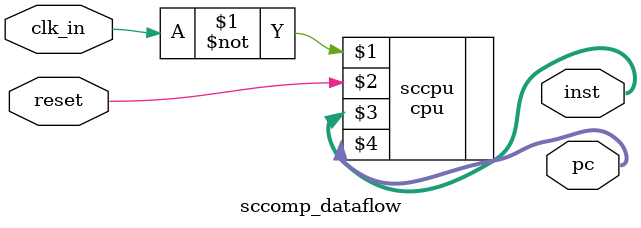
<source format=v>
`timescale 1ns / 1ps


module sccomp_dataflow(
    input clk_in,
    input reset,
    output [31:0]inst,
    output [31:0]pc
    );
    cpu sccpu(~clk_in,reset,inst,pc);
endmodule

</source>
